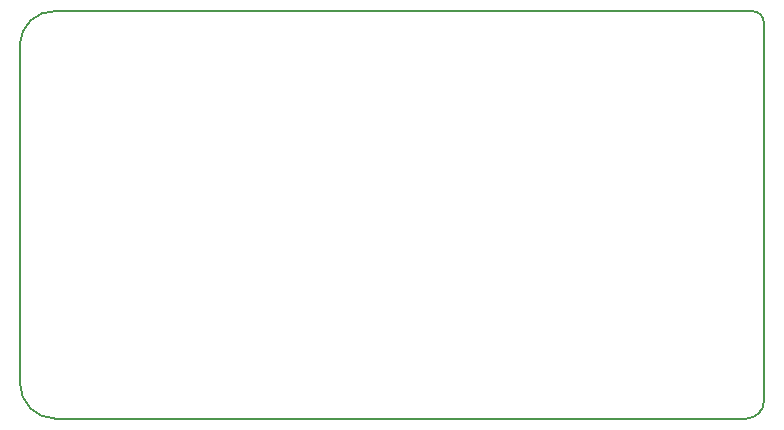
<source format=gm1>
G04 Layer_Color=16711935*
%FSLAX43Y43*%
%MOMM*%
G71*
G01*
G75*
%ADD10C,0.200*%
D10*
X270000Y91500D02*
G03*
X269000Y92500I-1000J0D01*
G01*
X268500Y58000D02*
G03*
X270000Y59504I-2J1502D01*
G01*
X210000Y92500D02*
G03*
X207000Y89700I-100J-2900D01*
G01*
Y61000D02*
G03*
X210000Y58000I3000J0D01*
G01*
X207000Y61000D02*
Y89700D01*
X210000Y92500D02*
X269000D01*
X270000Y59504D02*
Y91500D01*
X210000Y58000D02*
X268500D01*
X270000Y91500D02*
G03*
X269000Y92500I-1000J0D01*
G01*
X268500Y58000D02*
G03*
X270000Y59504I-2J1502D01*
G01*
X210000Y92500D02*
G03*
X207000Y89700I-100J-2900D01*
G01*
Y61000D02*
G03*
X210000Y58000I3000J0D01*
G01*
X207000Y61000D02*
Y89700D01*
X210000Y92500D02*
X269000D01*
X270000Y59504D02*
Y91500D01*
X210000Y58000D02*
X268500D01*
M02*

</source>
